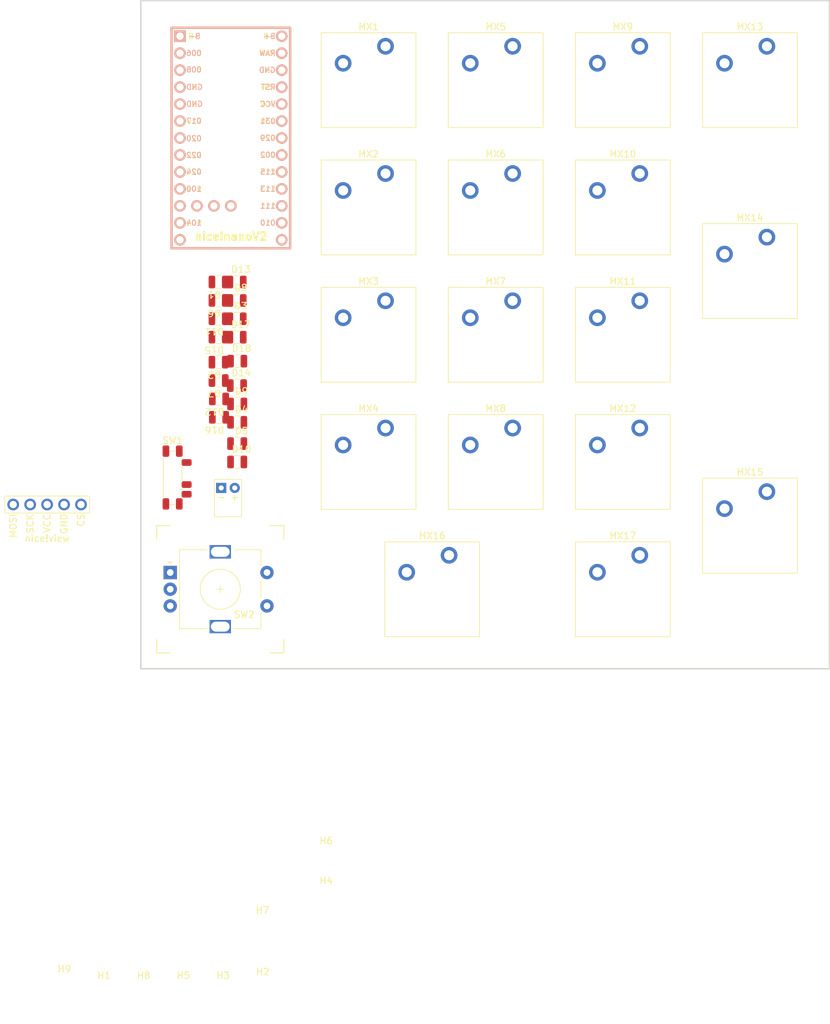
<source format=kicad_pcb>
(kicad_pcb (version 20211014) (generator pcbnew)
  (layers (0 "F.Cu" signal) (31 "B.Cu" signal) (34 "B.Paste" user) (35 "F.Paste" user) (36 "B.SilkS" user "B.Silkscreen") (37 "F.SilkS" user "F.Silkscreen") (38 "B.Mask" user) (39 "F.Mask" user) (44 "Edge.Cuts" user))
  (net 0 "")
  (net 1 "ROW0")
  (net 2 "Net-(D1-Pad2)")
  (net 3 "ROW1")
  (net 4 "Net-(D2-Pad2)")
  (net 5 "ROW2")
  (net 6 "Net-(D3-Pad2)")
  (net 7 "ROW3")
  (net 8 "Net-(D4-Pad2)")
  (net 9 "ROW4")
  (net 10 "Net-(D5-Pad2)")
  (net 11 "Net-(D6-Pad2)")
  (net 12 "Net-(D7-Pad2)")
  (net 13 "Net-(D8-Pad2)")
  (net 14 "Net-(D9-Pad2)")
  (net 15 "Net-(D10-Pad2)")
  (net 16 "Net-(D11-Pad2)")
  (net 17 "Net-(D12-Pad2)")
  (net 18 "Net-(D13-Pad2)")
  (net 19 "Net-(D14-Pad2)")
  (net 20 "Net-(D15-Pad2)")
  (net 21 "Net-(D16-Pad2)")
  (net 22 "Net-(D17-Pad2)")
  (net 23 "Net-(D18-Pad2)")
  (net 24 "B-")
  (net 25 "Net-(J1-Pad2)")
  (net 26 "COL0")
  (net 27 "COL1")
  (net 28 "COL2")
  (net 29 "COL3")
  (net 31 "B+")
  (net 32 "GND")
  (net 33 "/ROT_1A")
  (net 34 "/ROT_1B")
  (net 35 "MOSI")
  (net 36 "SCK")
  (net 37 "CS")
  (net 42 "COL4")
  (net 43 "VCC")
  (footprint "led:led_capacitor" (layer "F.Cu") (at 66.04 88.09375)
    (fp_text reference "D18" (at 0.65 -1.9 unlocked) (layer "F.SilkS"))
    (fp_text value "1.25V@150mA")
    (fp_line (start -0.5 0.95) (end 0.5 0.95) (layer "F.SilkS") (width 0.12))
    (fp_line (start -0.5 -0.95) (end 0.5 -0.95) (layer "F.SilkS") (width 0.12))
    (pad "1" smd roundrect (at -1 0) (size 1 1.9) (layers "F.Cu" "F.Paste" "F.Mask") (net 7 "ROW3"))
    (pad "2" smd roundrect (at 1 0) (size 1 1.9) (layers "F.Cu" "F.Paste" "F.Mask") (net 23 "Net-(D18-Pad2)"))
  )
  (footprint "led:led_capacitor" (layer "F.Cu") (at 63.25 91 180)
    (fp_text reference "D7" (at 0.65 -1.9 180 unlocked) (layer "F.SilkS"))
    (fp_text value "1.25V@150mA")
    (fp_line (start -0.5 -0.95) (end 0.5 -0.95) (layer "F.SilkS") (width 0.12))
    (fp_line (start -0.5 0.95) (end 0.5 0.95) (layer "F.SilkS") (width 0.12))
    (pad "1" smd roundrect (at -1 0 180) (size 1 1.9) (layers "F.Cu" "F.Paste" "F.Mask") (net 3 "ROW1"))
    (pad "2" smd roundrect (at 1 0 180) (size 1 1.9) (layers "F.Cu" "F.Paste" "F.Mask") (net 12 "Net-(D7-Pad2)"))
  )
  (footprint "led:led_capacitor" (layer "F.Cu") (at 63.25 79 180)
    (fp_text reference "D6" (at 0.65 -1.9 180 unlocked) (layer "F.SilkS"))
    (fp_text value "1.25V@150mA")
    (fp_line (start -0.5 -0.95) (end 0.5 -0.95) (layer "F.SilkS") (width 0.12))
    (fp_line (start -0.5 0.95) (end 0.5 0.95) (layer "F.SilkS") (width 0.12))
    (pad "1" smd roundrect (at -1 0 180) (size 1 1.9) (layers "F.Cu" "F.Paste" "F.Mask") (net 1 "ROW0"))
    (pad "2" smd roundrect (at 1 0 180) (size 1 1.9) (layers "F.Cu" "F.Paste" "F.Mask") (net 11 "Net-(D6-Pad2)"))
  )
  (footprint "led:led_capacitor" (layer "F.Cu") (at 65.94 79.0125)
    (fp_text reference "D8" (at 0.65 -1.9 unlocked) (layer "F.SilkS"))
    (fp_text value "1.25V@150mA")
    (fp_line (start -0.5 -0.95) (end 0.5 -0.95) (layer "F.SilkS") (width 0.12))
    (fp_line (start -0.5 0.95) (end 0.5 0.95) (layer "F.SilkS") (width 0.12))
    (pad "1" smd roundrect (at -1 0) (size 1 1.9) (layers "F.Cu" "F.Paste" "F.Mask") (net 5 "ROW2"))
    (pad "2" smd roundrect (at 1 0) (size 1 1.9) (layers "F.Cu" "F.Paste" "F.Mask") (net 13 "Net-(D8-Pad2)"))
  )
  (footprint "mx-switches:CherryMX-1.00U" (layer "F.Cu") (at 104.775 84.1375)
    (fp_text reference "MX7" (at 0 -8) (layer "F.SilkS"))
    (fp_text value "MX-NoLED")
    (fp_line (start 7.1 -7.1) (end -7.1 -7.1) (layer "F.SilkS") (width 0.12))
    (fp_line (start 7.1 7.1) (end 7.1 -7.1) (layer "F.SilkS") (width 0.12))
    (fp_line (start -7.1 -7.1) (end -7.1 7.1) (layer "F.SilkS") (width 0.12))
    (fp_line (start -7.1 7.1) (end 7.1 7.1) (layer "F.SilkS") (width 0.12))
    (pad "" np_thru_hole circle (at 5.08 0) (size 1.75 1.75) (drill 1.75) (layers *.Cu *.Mask))
    (pad "" np_thru_hole circle (at 0 0) (size 4 4) (drill 4) (layers *.Cu *.Mask))
    (pad "" np_thru_hole circle (at -5.08 0) (size 1.75 1.75) (drill 1.75) (layers *.Cu *.Mask))
    (pad "1" thru_hole circle (at -3.81 -2.54) (size 2.5 2.5) (drill 1.5) (layers *.Cu "B.Mask") (net 27 "COL1"))
    (pad "2" thru_hole circle (at 2.54 -5.08) (size 2.5 2.5) (drill 1.5) (layers *.Cu "B.Mask") (net 13 "Net-(D8-Pad2)"))
  )
  (footprint "mx-switches:CherryMX-1.00U" (layer "F.Cu") (at 123.825 65.0875)
    (fp_text reference "MX10" (at 0 -8) (layer "F.SilkS"))
    (fp_text value "MX-NoLED")
    (fp_line (start -7.1 7.1) (end 7.1 7.1) (layer "F.SilkS") (width 0.12))
    (fp_line (start 7.1 -7.1) (end -7.1 -7.1) (layer "F.SilkS") (width 0.12))
    (fp_line (start 7.1 7.1) (end 7.1 -7.1) (layer "F.SilkS") (width 0.12))
    (fp_line (start -7.1 -7.1) (end -7.1 7.1) (layer "F.SilkS") (width 0.12))
    (pad "" np_thru_hole circle (at 0 0) (size 4 4) (drill 4) (layers *.Cu *.Mask))
    (pad "" np_thru_hole circle (at -5.08 0) (size 1.75 1.75) (drill 1.75) (layers *.Cu *.Mask))
    (pad "" np_thru_hole circle (at 5.08 0) (size 1.75 1.75) (drill 1.75) (layers *.Cu *.Mask))
    (pad "1" thru_hole circle (at -3.81 -2.54) (size 2.5 2.5) (drill 1.5) (layers *.Cu "B.Mask") (net 28 "COL2"))
    (pad "2" thru_hole circle (at 2.54 -5.08) (size 2.5 2.5) (drill 1.5) (layers *.Cu "B.Mask") (net 17 "Net-(D12-Pad2)"))
  )
  (footprint "led:led_capacitor" (layer "F.Cu") (at 65.94 76.25)
    (fp_text reference "D13" (at 0.65 -1.9 unlocked) (layer "F.SilkS"))
    (fp_text value "1.25V@150mA")
    (fp_line (start -0.5 0.95) (end 0.5 0.95) (layer "F.SilkS") (width 0.12))
    (fp_line (start -0.5 -0.95) (end 0.5 -0.95) (layer "F.SilkS") (width 0.12))
    (pad "1" smd roundrect (at -1 0) (size 1 1.9) (layers "F.Cu" "F.Paste" "F.Mask") (net 5 "ROW2"))
    (pad "2" smd roundrect (at 1 0) (size 1 1.9) (layers "F.Cu" "F.Paste" "F.Mask") (net 18 "Net-(D13-Pad2)"))
  )
  (footprint "microcontroller:nice_view" (layer "F.Cu") (at 37.55 93.05)
    (fp_text reference "Display1")
    (fp_text value "nice!view" (at 0 21.59 unlocked) (layer "F.SilkS"))
    (fp_text user "VCC" (at 0 17.78 90 unlocked) (layer "F.SilkS") (effects (justify right)))
    (fp_text user "CS" (at 5.08 17.78 90 unlocked) (layer "F.SilkS") (effects (justify right)))
    (fp_text user "GND" (at 2.54 17.78 90 unlocked) (layer "F.SilkS") (effects (justify right)))
    (fp_text user "MOSI" (at -5.08 17.78 90 unlocked) (layer "F.SilkS") (effects (justify right)))
    (fp_text user "SCK" (at -2.54 17.78 90 unlocked) (layer "F.SilkS") (effects (justify right)))
    (fp_rect (start -6.35 15.24) (end 6.35 17.78) (layer "F.SilkS") (width 0.12) (fill none))
    (pad "1" thru_hole circle (at -5.08 16.51) (size 1.7526 1.7526) (drill 1.0922) (layers *.Cu *.Mask) (net 35 "MOSI"))
    (pad "2" thru_hole circle (at -2.54 16.51) (size 1.7526 1.7526) (drill 1.0922) (layers *.Cu *.Mask) (net 36 "SCK"))
    (pad "3" thru_hole circle (at 0 16.51) (size 1.7526 1.7526) (drill 1.0922) (layers *.Cu *.Mask) (net 43 "VCC"))
    (pad "4" thru_hole circle (at 2.54 16.51) (size 1.7526 1.7526) (drill 1.0922) (layers *.Cu *.Mask) (net 32 "GND"))
    (pad "5" thru_hole circle (at 5.08 16.51) (size 1.7526 1.7526) (drill 1.0922) (layers *.Cu *.Mask) (net 37 "CS"))
  )
  (footprint "mx-switches:CherryMX-2.00U" (layer "F.Cu") (at 95.25 122.2375)
    (fp_text reference "MX16" (at 0 -8) (layer "F.SilkS"))
    (fp_text value "MX-NoLED")
    (fp_line (start -7.1 -7.1) (end -7.1 7.1) (layer "F.SilkS") (width 0.12))
    (fp_line (start 7.1 7.1) (end 7.1 -7.1) (layer "F.SilkS") (width 0.12))
    (fp_line (start 7.1 -7.1) (end -7.1 -7.1) (layer "F.SilkS") (width 0.12))
    (fp_line (start -7.1 7.1) (end 7.1 7.1) (layer "F.SilkS") (width 0.12))
    (pad "" np_thru_hole circle (at -5.08 0) (size 1.75 1.75) (drill 1.75) (layers *.Cu *.Mask))
    (pad "" np_thru_hole circle (at 0 0) (size 4 4) (drill 4) (layers *.Cu *.Mask))
    (pad "" np_thru_hole circle (at -11.938 8.188861) (size 3.9878 3.9878) (drill 3.9878) (layers *.Cu *.Mask))
    (pad "" np_thru_hole circle (at 11.938 8.188861) (size 3.9878 3.9878) (drill 3.9878) (layers *.Cu *.Mask))
    (pad "" np_thru_hole circle (at -11.938 -7.051139) (size 3.048 3.048) (drill 3.048) (layers *.Cu *.Mask))
    (pad "" np_thru_hole circle (at 11.938 -7.051139) (size 3.048 3.048) (drill 3.048) (layers *.Cu *.Mask))
    (pad "" np_thru_hole circle (at 5.08 0) (size 1.75 1.75) (drill 1.75) (layers *.Cu *.Mask))
    (pad "1" thru_hole circle (at -3.81 -2.54) (size 2.5 2.5) (drill 1.5) (layers *.Cu "B.Mask") (net 26 "COL0"))
    (pad "2" thru_hole circle (at 2.54 -5.08) (size 2.5 2.5) (drill 1.5) (layers *.Cu "B.Mask") (net 10 "Net-(D5-Pad2)"))
  )
  (footprint "mx-switches:CherryMX-1.00U" (layer "F.Cu") (at 123.825 46.0375)
    (fp_text reference "MX9" (at 0 -8) (layer "F.SilkS"))
    (fp_text value "MX-NoLED")
    (fp_line (start 7.1 7.1) (end 7.1 -7.1) (layer "F.SilkS") (width 0.12))
    (fp_line (start -7.1 7.1) (end 7.1 7.1) (layer "F.SilkS") (width 0.12))
    (fp_line (start -7.1 -7.1) (end -7.1 7.1) (layer "F.SilkS") (width 0.12))
    (fp_line (start 7.1 -7.1) (end -7.1 -7.1) (layer "F.SilkS") (width 0.12))
    (pad "" np_thru_hole circle (at 0 0) (size 4 4) (drill 4) (layers *.Cu *.Mask))
    (pad "" np_thru_hole circle (at -5.08 0) (size 1.75 1.75) (drill 1.75) (layers *.Cu *.Mask))
    (pad "" np_thru_hole circle (at 5.08 0) (size 1.75 1.75) (drill 1.75) (layers *.Cu *.Mask))
    (pad "1" thru_hole circle (at -3.81 -2.54) (size 2.5 2.5) (drill 1.5) (layers *.Cu "B.Mask") (net 28 "COL2"))
    (pad "2" thru_hole circle (at 2.54 -5.08) (size 2.5 2.5) (drill 1.5) (layers *.Cu "B.Mask") (net 16 "Net-(D11-Pad2)"))
  )
  (footprint "mx-switches:CherryMX-1.00U" (layer "F.Cu") (at 85.725 46.0375)
    (fp_text reference "MX1" (at 0 -8) (layer "F.SilkS"))
    (fp_text value "MX-NoLED")
    (fp_line (start -7.1 7.1) (end 7.1 7.1) (layer "F.SilkS") (width 0.12))
    (fp_line (start -7.1 -7.1) (end -7.1 7.1) (layer "F.SilkS") (width 0.12))
    (fp_line (start 7.1 -7.1) (end -7.1 -7.1) (layer "F.SilkS") (width 0.12))
    (fp_line (start 7.1 7.1) (end 7.1 -7.1) (layer "F.SilkS") (width 0.12))
    (pad "" np_thru_hole circle (at 0 0) (size 4 4) (drill 4) (layers *.Cu *.Mask))
    (pad "" np_thru_hole circle (at 5.08 0) (size 1.75 1.75) (drill 1.75) (layers *.Cu *.Mask))
    (pad "" np_thru_hole circle (at -5.08 0) (size 1.75 1.75) (drill 1.75) (layers *.Cu *.Mask))
    (pad "1" thru_hole circle (at -3.81 -2.54) (size 2.5 2.5) (drill 1.5) (layers *.Cu "B.Mask") (net 26 "COL0"))
    (pad "2" thru_hole circle (at 2.54 -5.08) (size 2.5 2.5) (drill 1.5) (layers *.Cu "B.Mask") (net 2 "Net-(D1-Pad2)"))
  )
  (footprint "led:led_capacitor" (layer "F.Cu") (at 66.04 103.1875)
    (fp_text reference "D10" (at 0.65 -1.9 unlocked) (layer "F.SilkS"))
    (fp_text value "1.25V@150mA")
    (fp_line (start -0.5 0.95) (end 0.5 0.95) (layer "F.SilkS") (width 0.12))
    (fp_line (start -0.5 -0.95) (end 0.5 -0.95) (layer "F.SilkS") (width 0.12))
    (pad "1" smd roundrect (at -1 0) (size 1 1.9) (layers "F.Cu" "F.Paste" "F.Mask") (net 9 "ROW4"))
    (pad "2" smd roundrect (at 1 0) (size 1 1.9) (layers "F.Cu" "F.Paste" "F.Mask") (net 15 "Net-(D10-Pad2)"))
  )
  (footprint "MountingHole:MountingHole_2.2mm_M2" (layer "F.Cu") (at 69.825 173.49875)
    (fp_text reference "H7" (at 0 -3.2) (layer "F.SilkS"))
    (fp_text value "MountingHole")
    (pad "" np_thru_hole circle (at 0 0) (size 2.2 2.2) (drill 2.2) (layers *.Cu *.Mask))
  )
  (footprint "led:led_capacitor" (layer "F.Cu") (at 63.25 88.25 180)
    (fp_text reference "D2" (at 0.65 -1.9 180 unlocked) (layer "F.SilkS"))
    (fp_text value "1.25V@150mA")
    (fp_line (start -0.5 0.95) (end 0.5 0.95) (layer "F.SilkS") (width 0.12))
    (fp_line (start -0.5 -0.95) (end 0.5 -0.95) (layer "F.SilkS") (width 0.12))
    (pad "1" smd roundrect (at -1 0 180) (size 1 1.9) (layers "F.Cu" "F.Paste" "F.Mask") (net 3 "ROW1"))
    (pad "2" smd roundrect (at 1 0 180) (size 1 1.9) (layers "F.Cu" "F.Paste" "F.Mask") (net 4 "Net-(D2-Pad2)"))
  )
  (footprint "MountingHole:MountingHole_2.2mm_M2" (layer "F.Cu") (at 79.375 163.11875)
    (fp_text reference "H6" (at 0 -3.2) (layer "F.SilkS"))
    (fp_text value "MountingHole")
    (pad "" np_thru_hole circle (at 0 0) (size 2.2 2.2) (drill 2.2) (layers *.Cu *.Mask))
  )
  (footprint "mx-switches:CherryMX-1.00U" (layer "F.Cu") (at 123.825 103.1875)
    (fp_text reference "MX12" (at 0 -8) (layer "F.SilkS"))
    (fp_text value "MX-NoLED")
    (fp_line (start 7.1 -7.1) (end -7.1 -7.1) (layer "F.SilkS") (width 0.12))
    (fp_line (start -7.1 7.1) (end 7.1 7.1) (layer "F.SilkS") (width 0.12))
    (fp_line (start -7.1 -7.1) (end -7.1 7.1) (layer "F.SilkS") (width 0.12))
    (fp_line (start 7.1 7.1) (end 7.1 -7.1) (layer "F.SilkS") (width 0.12))
    (pad "" np_thru_hole circle (at 5.08 0) (size 1.75 1.75) (drill 1.75) (layers *.Cu *.Mask))
    (pad "" np_thru_hole circle (at -5.08 0) (size 1.75 1.75) (drill 1.75) (layers *.Cu *.Mask))
    (pad "" np_thru_hole circle (at 0 0) (size 4 4) (drill 4) (layers *.Cu *.Mask))
    (pad "1" thru_hole circle (at -3.81 -2.54) (size 2.5 2.5) (drill 1.5) (layers *.Cu "B.Mask") (net 28 "COL2"))
    (pad "2" thru_hole circle (at 2.54 -5.08) (size 2.5 2.5) (drill 1.5) (layers *.Cu "B.Mask") (net 19 "Net-(D14-Pad2)"))
  )
  (footprint "mx-switches:CherryMX-1.00U" (layer "F.Cu") (at 104.775 103.1875)
    (fp_text reference "MX8" (at 0 -8) (layer "F.SilkS"))
    (fp_text value "MX-NoLED")
    (fp_line (start 7.1 7.1) (end 7.1 -7.1) (layer "F.SilkS") (width 0.12))
    (fp_line (start 7.1 -7.1) (end -7.1 -7.1) (layer "F.SilkS") (width 0.12))
    (fp_line (start -7.1 -7.1) (end -7.1 7.1) (layer "F.SilkS") (width 0.12))
    (fp_line (start -7.1 7.1) (end 7.1 7.1) (layer "F.SilkS") (width 0.12))
    (pad "" np_thru_hole circle (at 0 0) (size 4 4) (drill 4) (layers *.Cu *.Mask))
    (pad "" np_thru_hole circle (at -5.08 0) (size 1.75 1.75) (drill 1.75) (layers *.Cu *.Mask))
    (pad "" np_thru_hole circle (at 5.08 0) (size 1.75 1.75) (drill 1.75) (layers *.Cu *.Mask))
    (pad "1" thru_hole circle (at -3.81 -2.54) (size 2.5 2.5) (drill 1.5) (layers *.Cu "B.Mask") (net 27 "COL1"))
    (pad "2" thru_hole circle (at 2.54 -5.08) (size 2.5 2.5) (drill 1.5) (layers *.Cu "B.Mask") (net 14 "Net-(D9-Pad2)"))
  )
  (footprint "MountingHole:MountingHole_2.2mm_M2" (layer "F.Cu") (at 40.125 182.27875)
    (fp_text reference "H9" (at 0 -3.2) (layer "F.SilkS"))
    (fp_text value "MountingHole")
    (pad "" np_thru_hole circle (at 0 0) (size 2.2 2.2) (drill 2.2) (layers *.Cu *.Mask))
  )
  (footprint "led:led_capacitor" (layer "F.Cu") (at 65.94 81.75)
    (fp_text reference "D3" (at 0.65 -1.9 unlocked) (layer "F.SilkS"))
    (fp_text value "1.25V@150mA")
    (fp_line (start -0.5 -0.95) (end 0.5 -0.95) (layer "F.SilkS") (width 0.12))
    (fp_line (start -0.5 0.95) (end 0.5 0.95) (layer "F.SilkS") (width 0.12))
    (pad "1" smd roundrect (at -1 0) (size 1 1.9) (layers "F.Cu" "F.Paste" "F.Mask") (net 5 "ROW2"))
    (pad "2" smd roundrect (at 1 0) (size 1 1.9) (layers "F.Cu" "F.Paste" "F.Mask") (net 6 "Net-(D3-Pad2)"))
  )
  (footprint "led:led_capacitor" (layer "F.Cu") (at 63.31 96.5 180)
    (fp_text reference "D16" (at 0.65 -1.9 180 unlocked) (layer "F.SilkS"))
    (fp_text value "1.25V@150mA")
    (fp_line (start -0.5 -0.95) (end 0.5 -0.95) (layer "F.SilkS") (width 0.12))
    (fp_line (start -0.5 0.95) (end 0.5 0.95) (layer "F.SilkS") (width 0.12))
    (pad "1" smd roundrect (at -1 0 180) (size 1 1.9) (layers "F.Cu" "F.Paste" "F.Mask") (net 3 "ROW1"))
    (pad "2" smd roundrect (at 1 0 180) (size 1 1.9) (layers "F.Cu" "F.Paste" "F.Mask") (net 21 "Net-(D16-Pad2)"))
  )
  (footprint "led:THT_Battery" (layer "F.Cu") (at 66.687 105.801 180)
    (fp_text reference "J1" hide)
    (fp_text value "Conn_01x02_Male")
    (fp_text user "-" (at 3.048 -2.794 180 unlocked) (layer "F.SilkS"))
    (fp_text user "+" (at 1.016 -2.794 180 unlocked) (layer "F.SilkS"))
    (fp_rect (start 0 0) (end 4.064 -5.588) (layer "F.SilkS") (width 0.12) (fill none))
    (pad "" np_thru_hole circle (at 3.048 -4.318 180) (size 0.001 0.001) (drill 1) (layers F&B.Cu *.Mask))
    (pad "" np_thru_hole circle (at 1.016 -4.318 180) (size 0.001 0.001) (drill 1) (layers F&B.Cu *.Mask))
    (pad "1" thru_hole rect (at 3.048 -1.27 180) (size 1.524 1.524) (drill 0.762) (layers *.Cu *.Mask) (net 24 "B-"))
    (pad "2" thru_hole circle (at 1.016 -1.27 180) (size 1.524 1.524) (drill 0.762) (layers *.Cu *.Mask) (net 25 "Net-(J1-Pad2)"))
  )
  (footprint "mx-switches:CherryMX-1.00U" (layer "F.Cu") (at 85.725 65.0875)
    (fp_text reference "MX2" (at 0 -8) (layer "F.SilkS"))
    (fp_text value "MX-NoLED")
    (fp_line (start -7.1 7.1) (end 7.1 7.1) (layer "F.SilkS") (width 0.12))
    (fp_line (start 7.1 7.1) (end 7.1 -7.1) (layer "F.SilkS") (width 0.12))
    (fp_line (start -7.1 -7.1) (end -7.1 7.1) (layer "F.SilkS") (width 0.12))
    (fp_line (start 7.1 -7.1) (end -7.1 -7.1) (layer "F.SilkS") (width 0.12))
    (pad "" np_thru_hole circle (at -5.08 0) (size 1.75 1.75) (drill 1.75) (layers *.Cu *.Mask))
    (pad "" np_thru_hole circle (at 0 0) (size 4 4) (drill 4) (layers *.Cu *.Mask))
    (pad "" np_thru_hole circle (at 5.08 0) (size 1.75 1.75) (drill 1.75) (layers *.Cu *.Mask))
    (pad "1" thru_hole circle (at -3.81 -2.54) (size 2.5 2.5) (drill 1.5) (layers *.Cu "B.Mask") (net 26 "COL0"))
    (pad "2" thru_hole circle (at 2.54 -5.08) (size 2.5 2.5) (drill 1.5) (layers *.Cu "B.Mask") (net 4 "Net-(D2-Pad2)"))
  )
  (footprint "led:led_capacitor" (layer "F.Cu") (at 63.25 76.25 180)
    (fp_text reference "D1" (at 0.65 -1.9 180 unlocked) (layer "F.SilkS"))
    (fp_text value "1.25V@150mA")
    (fp_line (start -0.5 -0.95) (end 0.5 -0.95) (layer "F.SilkS") (width 0.12))
    (fp_line (start -0.5 0.95) (end 0.5 0.95) (layer "F.SilkS") (width 0.12))
    (pad "1" smd roundrect (at -1 0 180) (size 1 1.9) (layers "F.Cu" "F.Paste" "F.Mask") (net 1 "ROW0"))
    (pad "2" smd roundrect (at 1 0 180) (size 1 1.9) (layers "F.Cu" "F.Paste" "F.Mask") (net 2 "Net-(D1-Pad2)"))
  )
  (footprint "MountingHole:MountingHole_2.2mm_M2" (layer "F.Cu") (at 79.375 169.06875)
    (fp_text reference "H4" (at 0 -3.2) (layer "F.SilkS"))
    (fp_text value "MountingHole")
    (pad "" np_thru_hole circle (at 0 0) (size 2.2 2.2) (drill 2.2) (layers *.Cu *.Mask))
  )
  (footprint "mx-switches:CherryMX-1.00U" (layer "F.Cu") (at 85.725 103.1875)
    (fp_text reference "MX4" (at 0 -8) (layer "F.SilkS"))
    (fp_text value "MX-NoLED")
    (fp_line (start -7.1 7.1) (end 7.1 7.1) (layer "F.SilkS") (width 0.12))
    (fp_line (start -7.1 -7.1) (end -7.1 7.1) (layer "F.SilkS") (width 0.12))
    (fp_line (start 7.1 -7.1) (end -7.1 -7.1) (layer "F.SilkS") (width 0.12))
    (fp_line (start 7.1 7.1) (end 7.1 -7.1) (layer "F.SilkS") (width 0.12))
    (pad "" np_thru_hole circle (at 5.08 0) (size 1.75 1.75) (drill 1.75) (layers *.Cu *.Mask))
    (pad "" np_thru_hole circle (at 0 0) (size 4 4) (drill 4) (layers *.Cu *.Mask))
    (pad "" np_thru_hole circle (at -5.08 0) (size 1.75 1.75) (drill 1.75) (layers *.Cu *.Mask))
    (pad "1" thru_hole circle (at -3.81 -2.54) (size 2.5 2.5) (drill 1.5) (layers *.Cu "B.Mask") (net 26 "COL0"))
    (pad "2" thru_hole circle (at 2.54 -5.08) (size 2.5 2.5) (drill 1.5) (layers *.Cu "B.Mask") (net 8 "Net-(D4-Pad2)"))
  )
  (footprint "mx-switches:CherryMX-2.00U_90deg" (layer "F.Cu") (at 142.875 74.6125)
    (fp_text reference "MX14" (at 0 -8) (layer "F.SilkS"))
    (fp_text value "MX-NoLED")
    (fp_line (start 7.1 7.1) (end 7.1 -7.1) (layer "F.SilkS") (width 0.12))
    (fp_line (start -7.1 7.1) (end 7.1 7.1) (layer "F.SilkS") (width 0.12))
    (fp_line (start -7.1 -7.1) (end -7.1 7.1) (layer "F.SilkS") (width 0.12))
    (fp_line (start 7.1 -7.1) (end -7.1 -7.1) (layer "F.SilkS") (width 0.12))
    (pad "" np_thru_hole circle (at -5.08 0) (size 1.75 1.75) (drill 1.75) (layers *.Cu *.Mask))
    (pad "" np_thru_hole circle (at 8.188861 11.938 90) (size 3.9878 3.9878) (drill 3.9878) (layers *.Cu *.Mask))
    (pad "" np_thru_hole circle (at -7.051139 11.938 90) (size 3.048 3.048) (drill 3.048) (layers *.Cu *.Mask))
    (pad "" np_thru_hole circle (at 5.08 0) (size 1.75 1.75) (drill 1.75) (layers *.Cu *.Mask))
    (pad "" np_thru_hole circle (at 8.188861 -11.938 90) (size 3.9878 3.9878) (drill 3.9878) (layers *.Cu *.Mask))
    (pad "" np_thru_hole circle (at 0 0) (size 4 4) (drill 4) (layers *.Cu *.Mask))
    (pad "" np_thru_hole circle (at -7.051139 -11.938 90) (size 3.048 3.048) (drill 3.048) (layers *.Cu *.Mask))
    (pad "1" thru_hole circle (at -3.81 -2.54) (size 2.5 2.5) (drill 1.5) (layers *.Cu "B.Mask") (net 29 "COL3"))
    (pad "2" thru_hole circle (at 2.54 -5.08) (size 2.5 2.5) (drill 1.5) (layers *.Cu "B.Mask") (net 21 "Net-(D16-Pad2)"))
  )
  (footprint "led:led_capacitor" (layer "F.Cu") (at 65.94 84.5125)
    (fp_text reference "D17" (at 0.65 -1.9 unlocked) (layer "F.SilkS"))
    (fp_text value "1.25V@150mA")
    (fp_line (start -0.5 -0.95) (end 0.5 -0.95) (layer "F.SilkS") (width 0.12))
    (fp_line (start -0.5 0.95) (end 0.5 0.95) (layer "F.SilkS") (width 0.12))
    (pad "1" smd roundrect (at -1 0) (size 1 1.9) (layers "F.Cu" "F.Paste" "F.Mask") (net 5 "ROW2"))
    (pad "2" smd roundrect (at 1 0) (size 1 1.9) (layers "F.Cu" "F.Paste" "F.Mask") (net 22 "Net-(D17-Pad2)"))
  )
  (footprint "microcontroller:nice_nanoV2" (layer "F.Cu") (at 65.0875 55.96175 -90)
    (fp_text reference "U1" hide)
    (fp_text value "nice_nanoV2" hide)
    (fp_text user "008" (at -11.5 5.53719) (layer "B.SilkS") (effects (font (size 0.8 0.8)) (justify mirror)))
    (fp_text user "B+" (at -16.51 -5.778477) (layer "B.SilkS") (effects (font (size 0.8 0.8)) (justify mirror)))
    (fp_text user "002" (at 1.27 -5.537191) (layer "B.SilkS") (effects (font (size 0.8 0.8)) (justify mirror)))
    (fp_text user "RAW" (at -13.97 -5.473715) (layer "B.SilkS") (effects (font (size 0.8 0.8)) (justify mirror)))
    (fp_text user "022" (at 1.3 5.53719) (layer "B.SilkS") (effects (font (size 0.8 0.8)) (justify mirror)))
    (fp_text user "020" (at -1.2 5.53719) (layer "B.SilkS") (effects (font (size 0.8 0.8)) (justify mirror)))
    (fp_text user "VCC" (at -6.35 -5.537191) (layer "B.SilkS") (effects (font (size 0.8 0.8)) (justify mirror)))
    (fp_text user "115" (at 3.81 -5.537191) (layer "B.SilkS") (effects (font (size 0.8 0.8)) (justify mirror)))
    (fp_text user "100" (at 6.35 5.53719) (layer "B.SilkS") (effects (font (size 0.8 0.8)) (justify mirror)))
    (fp_text user "GND" (at -8.89 5.461) (layer "B.SilkS") (effects (font (size 0.8 0.8)) (justify mirror)))
    (fp_text user "006" (at -13.97 5.53719) (layer "B.SilkS") (effects (font (size 0.8 0.8)) (justify mirror)))
    (fp_text user "111" (at 8.89 -5.537191) (layer "B.SilkS") (effects (font (size 0.8 0.8)) (justify mirror)))
    (fp_text user "104" (at 11.43 5.53719) (layer "B.SilkS") (effects (font (size 0.8 0.8)) (justify mirror)))
    (fp_text user "031" (at -3.81 -5.537191) (layer "B.SilkS") (effects (font (size 0.8 0.8)) (justify mirror)))
    (fp_text user "B-" (at -16.51 5.461) (layer "B.SilkS") (effects (font (size 0.8 0.8)) (justify mirror)))
    (fp_text user "010" (at 11.43 -5.537191) (layer "B.SilkS") (effects (font (size 0.8 0.8)) (justify mirror)))
    (fp_text user "024" (at 3.8 5.53719) (layer "B.SilkS") (effects (font (size 0.8 0.8)) (justify mirror)))
    (fp_text user "GND" (at -11.43 -5.454667) (layer "B.SilkS") (effects (font (size 0.8 0.8)) (justify mirror)))
    (fp_text user "029" (at -1.27 -5.537191) (layer "B.SilkS") (effects (font (size 0.8 0.8)) (justify mirror)))
    (fp_text user "GND" (at -6.35 5.461) (layer "B.SilkS") (effects (font (size 0.8 0.8)) (justify mirror)))
    (fp_text user "017" (at -3.81 5.53719) (layer "B.SilkS") (effects (font (size 0.8 0.8)) (justify mirror)))
    (fp_text user "RST" (at -8.89 -5.588) (layer "B.SilkS") (effects (font (size 0.8 0.8)) (justify mirror)))
    (fp_text user "113" (at 6.35 -5.537191) (layer "B.SilkS") (effects (font (size 0.8 0.8)) (justify mirror)))
    (fp_text user "GND" (at -6.35 5.461) (layer "F.SilkS") (effects (font (size 0.8 0.8))))
    (fp_text user "B+" (at -16.51 -5.778477) (layer "F.SilkS") (effects (font (size 0.8 0.8))))
    (fp_text user "115" (at 3.81 -5.537191) (layer "F.SilkS") (effects (font (size 0.8 0.8))))
    (fp_text user "104" (at 11.43 5.53719) (layer "F.SilkS") (effects (font (size 0.8 0.8))))
    (fp_text user "008" (at -11.5 5.53719) (layer "F.SilkS") (effects (font (size 0.8 0.8))))
    (fp_text user "010" (at 11.43 -5.537191) (layer "F.SilkS") (effects (font (size 0.8 0.8))))
    (fp_text user "RAW" (at -13.97 -5.473715) (layer "F.SilkS") (effects (font (size 0.8 0.8))))
    (fp_text user "100" (at 6.35 5.53719) (layer "F.SilkS") (effects (font (size 0.8 0.8))))
    (fp_text user "VCC" (at -6.35 -5.537191) (layer "F.SilkS") (effects (font (size 0.8 0.8))))
    (fp_text user "002" (at 1.27 -5.537191) (layer "F.SilkS") (effects (font (size 0.8 0.8))))
    (fp_text user "020" (at -1.2 5.53719) (layer "F.SilkS") (effects (font (size 0.8 0.8))))
    (fp_text user "017" (at -3.8 5.53719) (layer "F.SilkS") (effects (font (size 0.8 0.8))))
    (fp_text user "nice!nanoV2" (at 13.462 0) (layer "F.SilkS") (effects (font (size 1.2 1.2) (thickness 0.3))))
    (fp_text user "111" (at 8.89 -5.537191) (layer "F.SilkS") (effects (font (size 0.8 0.8))))
    (fp_text user "031" (at -3.81 -5.537191) (layer "F.SilkS") (effects (font (size 0.8 0.8))))
    (fp_text user "022" (at 1.3 5.53719) (layer "F.SilkS") (effects (font (size 0.8 0.8))))
    (fp_text user "024" (at 3.81 5.53719) (layer "F.SilkS") (effects (font (size 0.8 0.8))))
    (fp_text user "RST" (at -8.89 -5.588) (layer "F.SilkS") (effects (font (size 0.8 0.8))))
    (fp_text user "113" (at 6.35 -5.537191) (layer "F.SilkS") (effects (font (size 0.8 0.8))))
    (fp_text user "B-" (at -16.51 5.461) (layer "F.SilkS") (effects (font (size 0.8 0.8))))
    (fp_text user "GND" (at -11.43 -5.454667) (layer "F.SilkS") (effects (font (size 0.8 0.8))))
    (fp_text user "GND" (at -8.89 5.461) (layer "F.SilkS") (effects (font (size 0.8 0.8))))
    (fp_text user "006" (at -13.97 5.53719) (layer "F.SilkS") (effects (font (size 0.8 0.8))))
    (fp_text user "029" (at -1.27 -5.537191) (layer "F.SilkS") (effects (font (size 0.8 0.8))))
    (fp_line (start -17.78 -8.89) (end -17.78 8.89) (layer "B.SilkS") (width 0.381))
    (fp_line (start 15.24 8.89) (end 15.24 -8.89) (layer "B.SilkS") (width 0.381))
    (fp_line (start 15.24 -8.89) (end -17.78 -8.89) (layer "B.SilkS") (width 0.381))
    (fp_line (start -17.78 8.89) (end 15.24 8.89) (layer "B.SilkS") (width 0.381))
    (fp_line (start 15.24 -8.89) (end -15.24 -8.89) (layer "F.SilkS") (width 0.381))
    (fp_line (start -17.78 -8.89) (end -17.78 8.89) (layer "F.SilkS") (width 0.381))
    (fp_line (start -17.78 8.89) (end -15.24 8.89) (layer "F.SilkS") (width 0.381))
    (fp_line (start -15.24 -8.89) (end -17.78 -8.89) (layer "F.SilkS") (width 0.381))
    (fp_line (start 15.24 8.89) (end 15.24 -8.89) (layer "F.SilkS") (width 0.381))
    (fp_line (start -15.24 8.89) (end 15.24 8.89) (layer "F.SilkS") (width 0.381))
    (pad "1" thru_hole rect (at -16.51 7.62 270) (size 1.7526 1.7526) (drill 1.0922) (layers *.Cu *.SilkS *.Mask) (net 24 "B-"))
    (pad "2" thru_hole circle (at -13.97 7.62 270) (size 1.7526 1.7526) (drill 1.0922) (layers *.Cu *.SilkS *.Mask) (net 1 "ROW0"))
    (pad "3" thru_hole circle (at -11.43 7.62 270) (size 1.7526 1.7526) (drill 1.0922) (layers *.Cu *.SilkS *.Mask) (net 3 "ROW1"))
    (pad "4" thru_hole circle (at -8.89 7.62 270) (size 1.7526 1.7526) (drill 1.0922) (layers *.Cu *.SilkS *.Mask) (net 32 "GND"))
    (pad "5" thru_hole circle (at -6.35 7.62 270) (size 1.7526 1.7526) (drill 1.0922) (layers *.Cu *.SilkS *.Mask) (net 32 "GND"))
    (pad "6" thru_hole circle (at -3.81 7.62 270) (size 1.7526 1.7526) (drill 1.0922) (layers *.Cu *.SilkS *.Mask) (net 5 "ROW2"))
    (pad "7" thru_hole circle (at -1.27 7.62 270) (size 1.7526 1.7526) (drill 1.0922) (layers *.Cu *.SilkS *.Mask) (net 7 "ROW3"))
    (pad "8" thru_hole circle (at 1.27 7.62 270) (size 1.7526 1.7526) (drill 1.0922) (layers *.Cu *.SilkS *.Mask) (net 9 "ROW4"))
    (pad "9" thru_hole circle (at 3.81 7.62 270) (size 1.7526 1.7526) (drill 1.0922) (layers *.Cu *.SilkS *.Mask) (net 35 "MOSI"))
    (pad "10" thru_hole circle (at 6.35 7.62 270) (size 1.7526 1.7526) (drill 1.0922) (layers *.Cu *.SilkS *.Mask) (net 36 "SCK"))
    (pad "11" thru_hole circle (at 8.89 7.62 270) (size 1.7526 1.7526) (drill 1.0922) (layers *.Cu *.SilkS *.Mask) (net 37 "CS"))
    (pad "12" thru_hole circle (at 11.43 7.62 270) (size 1.7526 1.7526) (drill 1.0922) (layers *.Cu *.SilkS *.Mask))
    (pad "13" thru_hole circle (at 13.97 7.62 270) (size 1.7526 1.7526) (drill 1.0922) (layers *.Cu *.SilkS *.Mask))
    (pad "14" thru_hole circle (at 13.97 -7.62 270) (size 1.7526 1.7526) (drill 1.0922) (layers *.Cu *.SilkS *.Mask))
    (pad "15" thru_hole circle (at 11.43 -7.62 270) (size 1.7526 1.7526) (drill 1.0922) (layers *.Cu *.SilkS *.Mask))
    (pad "16" thru_hole circle (at 8.89 -7.62 270) (size 1.7526 1.7526) (drill 1.0922) (layers *.Cu *.SilkS *.Mask) (net 26 "COL0"))
    (pad "17" thru_hole circle (at 6.35 -7.62 270) (size 1.7526 1.7526) (drill 1.0922) (layers *.Cu *.SilkS *.Mask) (net 27 "COL1"))
    (pad "18" thru_hole circle (at 3.81 -7.62 270) (size 1.7526 1.7526) (drill 1.0922) (layers *.Cu *.SilkS *.Mask) (net 28 "COL2"))
    (pad "19" thru_hole circle (at 1.27 -7.62 270) (size 1.7526 1.7526) (drill 1.0922) (layers *.Cu *.SilkS *.Mask) (net 29 "COL3"))
    (pad "20" thru_hole circle (at -1.27 -7.62 270) (size 1.7526 1.7526) (drill 1.0922) (layers *.Cu *.SilkS *.Mask) (net 42 "COL4"))
    (pad "21" thru_hole circle (at -3.81 -7.62 270) (size 1.7526 1.7526) (drill 1.0922) (layers *.Cu *.SilkS *.Mask))
    (pad "22" thru_hole circle (at -6.35 -7.62 270) (size 1.7526 1.7526) (drill 1.0922) (layers *.Cu *.SilkS *.Mask) (net 43 "VCC"))
    (pad "23" thru_hole circle (at -8.89 -7.62 270) (size 1.7526 1.7526) (drill 1.0922) (layers *.Cu *.SilkS *.Mask))
    (pad "24" thru_hole circle (at -11.43 -7.62 270) (size 1.7526 1.7526) (drill 1.0922) (layers *.Cu *.SilkS *.Mask) (net 32 "GND"))
    (pad "25" thru_hole circle (at -13.97 -7.62 270) (size 1.7526 1.7526) (drill 1.0922) (layers *.Cu *.SilkS *.Mask))
    (pad "26" thru_hole circle (at -16.51 -7.62 270) (size 1.7526 1.7526) (drill 1.0922) (layers *.Cu *.SilkS *.Mask) (net 31 "B+"))
    (pad "27" thru_hole circle (at 8.89 5.08 270) (size 1.7526 1.7526) (drill 1.0922) (layers *.Cu *.SilkS *.Mask))
    (pad "28" thru_hole circle (at 8.89 2.54 270) (size 1.7526 1.7526) (drill 1.0922) (layers *.Cu *.SilkS *.Mask))
    (pad "29" thru_hole circle (at 8.89 0 270) (size 1.7526 1.7526) (drill 1.0922) (layers *.Cu *.SilkS *.Mask))
  )
  (footprint "led:SHOU HAN MSK12C02-HB" (layer "F.Cu") (at 56.35625 105.56875 -90)
    (fp_text reference "SW1" (at -5.6 0 unlocked) (layer "F.SilkS"))
    (fp_text value "SHOU_HAN_MSK12C02-HB")
    (fp_line (start -2.9 -1.4) (end -3 -1.4) (layer "F.SilkS") (width 0.12))
    (fp_line (start 0.4 -1.4) (end -1.7 -1.4) (layer "F.SilkS") (width 0.12))
    (fp_line (start 1.8 -1.4) (end 1.6 -1.4) (layer "F.SilkS") (width 0.12))
    (fp_line (start -4 -0.4) (end -4 0.4) (layer "F.SilkS") (width 0.12))
    (fp_line (start 4 0.4) (end 4 -0.4) (layer "F.SilkS") (width 0.12))
    (fp_line (start -3 1.4) (end 2.9 1.4) (layer "F.SilkS") (width 0.12))
    (pad "" np_thru_hole circle (at -1.5 0 270) (size 0.85 0.85) (drill 0.85) (layers F&B.Cu *.Mask))
    (pad "" np_thru_hole circle (at 1.5 0 270) (size 0.85 0.85) (drill 0.85) (layers F&B.Cu *.Mask))
    (pad "1" smd roundrect (at -2.3 -2.1 270) (size 1 1.5) (layers "F.Cu" "F.Paste" "F.Mask"))
    (pad "2" smd roundrect (at 1 -2.1 270) (size 1 1.5) (layers "F.Cu" "F.Paste" "F.Mask") (net 31 "B+"))
    (pad "3" smd roundrect (at 2.45 -2.1 270) (size 1 1.5) (layers "F.Cu" "F.Paste" "F.Mask") (net 25 "Net-(J1-Pad2)"))
    (pad "4" smd roundrect (at -4 -1 270) (size 1.7 1) (layers "F.Cu" "F.Paste" "F.Mask") (net 32 "GND"))
    (pad "4" smd roundrect (at -4 1 270) (size 1.7 1) (layers "F.Cu" "F.Paste" "F.Mask") (net 32 "GND"))
    (pad "4" smd roundrect (at 3.9 1 270) (size 1.7 1) (layers "F.Cu" "F.Paste" "F.Mask") (net 32 "GND"))
    (pad "4" smd roundrect (at 3.9 -1 270) (size 1.7 1) (layers "F.Cu" "F.Paste" "F.Mask") (net 32 "GND"))
  )
  (footprint "mx-switches:CherryMX-1.00U" (layer "F.Cu") (at 104.775 65.0875)
    (fp_text reference "MX6" (at 0 -8) (layer "F.SilkS"))
    (fp_text value "MX-NoLED")
    (fp_line (start 7.1 7.1) (end 7.1 -7.1) (layer "F.SilkS") (width 0.12))
    (fp_line (start -7.1 7.1) (end 7.1 7.1) (layer "F.SilkS") (width 0.12))
    (fp_line (start 7.1 -7.1) (end -7.1 -7.1) (layer "F.SilkS") (width 0.12))
    (fp_line (start -7.1 -7.1) (end -7.1 7.1) (layer "F.SilkS") (width 0.12))
    (pad "" np_thru_hole circle (at 0 0) (size 4 4) (drill 4) (layers *.Cu *.Mask))
    (pad "" np_thru_hole circle (at -5.08 0) (size 1.75 1.75) (drill 1.75) (layers *.Cu *.Mask))
    (pad "" np_thru_hole circle (at 5.08 0) (size 1.75 1.75) (drill 1.75) (layers *.Cu *.Mask))
    (pad "1" thru_hole circle (at -3.81 -2.54) (size 2.5 2.5) (drill 1.5) (layers *.Cu "B.Mask") (net 27 "COL1"))
    (pad "2" thru_hole circle (at 2.54 -5.08) (size 2.5 2.5) (drill 1.5) (layers *.Cu "B.Mask") (net 12 "Net-(D7-Pad2)"))
  )
  (footprint "led:RotaryEncoder_EC11E-Switch" (layer "F.Cu") (at 63.5 122.2375)
    (fp_text reference "SW2" (at 3.6 3.8 unlocked) (layer "F.SilkS"))
    (fp_text value "RotaryEncoder_Switch")
    (fp_line (start 9.525 9.525) (end 7.525 9.525) (layer "F.SilkS") (width 0.15))
    (fp_line (start -7.8 -4.1) (end -7.2 -4.1) (layer "F.SilkS") (width 0.12))
    (fp_line (start -9.525 -9.525) (end -7.525 -9.525) (layer "F.SilkS") (width 0.15))
    (fp_line (start -0.5 0) (end 0.5 0) (layer "F.SilkS") (width 0.12))
    (fp_line (start 7.525 -9.525) (end 9.525 -9.525) (layer "F.SilkS") (width 0.15))
    (fp_line (start 2 -5.9) (end 6.1 -5.9) (layer "F.SilkS") (width 0.12))
    (fp_line (start -2 5.9) (end -6.1 5.9) (layer "F.SilkS") (width 0.12))
    (fp_line (start -7.2 -4.1) (end -7.5 -3.8) (layer "F.SilkS") (width 0.12))
    (fp_line (start 9.525 -9.525) (end 9.525 -7.525) (layer "F.SilkS") (width 0.15))
    (fp_line (start 6.1 5.9) (end 2 5.9) (layer "F.SilkS") (width 0.12))
    (fp_line (start -7.525 9.525) (end -9.525 9.525) (layer "F.SilkS") (width 0.15))
    (fp_line (start -9.525 -7.525) (end -9.525 -9.525) (layer "F.SilkS") (width 0.15))
    (fp_line (start 6.1 -1.3) (end 6.1 1.3) (layer "F.SilkS") (width 0.12))
    (fp_line (start 0 -0.5) (end 0 0.5) (layer "F.SilkS") (width 0.12))
    (fp_line (start -6.1 -5.9) (end -6.1 5.9) (layer "F.SilkS") (width 0.12))
    (fp_line (start -7.5 -3.8) (end -7.8 -4.1) (layer "F.SilkS") (width 0.12))
    (fp_line (start -9.525 9.525) (end -9.525 7.525) (layer "F.SilkS") (width 0.15))
    (fp_line (start 6.1 -5.9) (end 6.1 -3.5) (layer "F.SilkS") (width 0.12))
    (fp_line (start -2 -5.9) (end -6.1 -5.9) (layer "F.SilkS") (width 0.12))
    (fp_line (start 9.525 7.525) (end 9.525 9.525) (layer "F.SilkS") (width 0.15))
    (fp_line (start 6.1 3.5) (end 6.1 5.9) (layer "F.SilkS") (width 0.12))
    (fp_circle (center 0 0) (end 3 0) (layer "F.SilkS") (width 0.12) (fill none))
    (pad "A" thru_hole rect (at -7.5 -2.5) (size 2 2) (drill 1) (layers *.Cu *.Mask) (net 33 "/ROT_1A"))
    (pad "B" thru_hole circle (at -7.5 2.5) (size 2 2) (drill 1) (layers *.Cu *.Mask) (net 34 "/ROT_1B"))
    (pad "C" thru_hole circle (at -7.5 0) (size 2 2) (drill 1) (layers *.Cu *.Mask) (net 32 "GND"))
    (pad "MP" thru_hole rect (at 0 5.6) (size 3.2 2) (drill oval 2.8 1.5) (layers *.Cu *.Mask))
    (pad "MP" thru_hole rect (at 0 -5.6) (size 3.2 2) (drill oval 2.8 1.5) (layers *.Cu *.Mask))
    (pad "S1" thru_hole circle (at 7 2.5) (size 2 2) (drill 1) (layers *.Cu *.Mask) (net 23 "Net-(D18-Pad2)"))
    (pad "S2" thru_hole circle (at 7 -2.5) (size 2 2) (drill 1) (layers *.Cu *.Mask) (net 29 "COL3"))
  )
  (footprint "mx-switches:CherryMX-1.00U" (layer "F.Cu") (at 85.725 84.1375)
    (fp_text reference "MX3" (at 0 -8) (layer "F.SilkS"))
    (fp_text value "MX-NoLED")
    (fp_line (start 7.1 7.1) (end 7.1 -7.1) (layer "F.SilkS") (width 0.12))
    (fp_line (start 7.1 -7.1) (end -7.1 -7.1) (layer "F.SilkS") (width 0.12))
    (fp_line (start -7.1 7.1) (end 7.1 7.1) (layer "F.SilkS") (width 0.12))
    (fp_line (start -7.1 -7.1) (end -7.1 7.1) (layer "F.SilkS") (width 0.12))
    (pad "" np_thru_hole circle (at -5.08 0) (size 1.75 1.75) (drill 1.75) (layers *.Cu *.Mask))
    (pad "" np_thru_hole circle (at 5.08 0) (size 1.75 1.75) (drill 1.75) (layers *.Cu *.Mask))
    (pad "" np_thru_hole circle (at 0 0) (size 4 4) (drill 4) (layers *.Cu *.Mask))
    (pad "1" thru_hole circle (at -3.81 -2.54) (size 2.5 2.5) (drill 1.5) (layers *.Cu "B.Mask") (net 26 "COL0"))
    (pad "2" thru_hole circle (at 2.54 -5.08) (size 2.5 2.5) (drill 1.5) (layers *.Cu "B.Mask") (net 6 "Net-(D3-Pad2)"))
  )
  (footprint "MountingHole:MountingHole_2.2mm_M2" (layer "F.Cu") (at 57.975 183.26875)
    (fp_text reference "H5" (at 0 -3.2) (layer "F.SilkS"))
    (fp_text value "MountingHole")
    (pad "" np_thru_hole circle (at 0 0) (size 2.2 2.2) (drill 2.2) (layers *.Cu *.Mask))
  )
  (footprint "led:led_capacitor" (layer "F.Cu") (at 63.25 81.75 180)
    (fp_text reference "D11" (at 0.65 -1.9 180 unlocked) (layer "F.SilkS"))
    (fp_text value "1.25V@150mA")
    (fp_line (start -0.5 0.95) (end 0.5 0.95) (layer "F.SilkS") (width 0.12))
    (fp_line (start -0.5 -0.95) (end 0.5 -0.95) (layer "F.SilkS") (width 0.12))
    (pad "1" smd roundrect (at -1 0 180) (size 1 1.9) (layers "F.Cu" "F.Paste" "F.Mask") (net 1 "ROW0"))
    (pad "2" smd roundrect (at 1 0 180) (size 1 1.9) (layers "F.Cu" "F.Paste" "F.Mask") (net 16 "Net-(D11-Pad2)"))
  )
  (footprint "MountingHole:MountingHole_2.2mm_M2" (layer "F.Cu") (at 52.025 183.26875)
    (fp_text reference "H8" (at 0 -3.2) (layer "F.SilkS"))
    (fp_text value "MountingHole")
    (pad "" np_thru_hole circle (at 0 0) (size 2.2 2.2) (drill 2.2) (layers *.Cu *.Mask))
  )
  (footprint "led:led_capacitor" (layer "F.Cu") (at 66.04 97.25)
    (fp_text reference "D4" (at 0.65 -1.9 unlocked) (layer "F.SilkS"))
    (fp_text value "1.25V@150mA")
    (fp_line (start -0.5 -0.95) (end 0.5 -0.95) (layer "F.SilkS") (width 0.12))
    (fp_line (start -0.5 0.95) (end 0.5 0.95) (layer "F.SilkS") (width 0.12))
    (pad "1" smd roundrect (at -1 0) (size 1 1.9) (layers "F.Cu" "F.Paste" "F.Mask") (net 7 "ROW3"))
    (pad "2" smd roundrect (at 1 0) (size 1 1.9) (layers "F.Cu" "F.Paste" "F.Mask") (net 8 "Net-(D4-Pad2)"))
  )
  (footprint "MountingHole:MountingHole_2.2mm_M2" (layer "F.Cu") (at 46.075 183.26875)
    (fp_text reference "H1" (at 0 -3.2) (layer "F.SilkS"))
    (fp_text value "MountingHole")
    (pad "" np_thru_hole circle (at 0 0) (size 2.2 2.2) (drill 2.2) (layers *.Cu *.Mask))
  )
  (footprint "led:led_capacitor" (layer "F.Cu") (at 66 91.75)
    (fp_text reference "D14" (at 0.65 -1.9 unlocked) (layer "F.SilkS"))
    (fp_text value "1.25V@150mA")
    (fp_line (start -0.5 0.95) (end 0.5 0.95) (layer "F.SilkS") (width 0.12))
    (fp_line (start -0.5 -0.95) (end 0.5 -0.95) (layer "F.SilkS") (width 0.12))
    (pad "1" smd roundrect (at -1 0) (size 1 1.9) (layers "F.Cu" "F.Paste" "F.Mask") (net 7 "ROW3"))
    (pad "2" smd roundrect (at 1 0) (size 1 1.9) (layers "F.Cu" "F.Paste" "F.Mask") (net 19 "Net-(D14-Pad2)"))
  )
  (footprint "MountingHole:MountingHole_2.2mm_M2" (layer "F.Cu") (at 69.875 182.71875)
    (fp_text reference "H2" (at 0 -3.2) (layer "F.SilkS"))
    (fp_text value "MountingHole")
    (pad "" np_thru_hole circle (at 0 0) (size 2.2 2.2) (drill 2.2) (layers *.Cu *.Mask))
  )
  (footprint "led:led_capacitor" (layer "F.Cu") (at 66.04 94.5)
    (fp_text reference "D9" (at 0.65 -1.9 unlocked) (layer "F.SilkS"))
    (fp_text value "1.25V@150mA")
    (fp_line (start -0.5 0.95) (end 0.5 0.95) (layer "F.SilkS") (width 0.12))
    (fp_line (start -0.5 -0.95) (end 0.5 -0.95) (layer "F.SilkS") (width 0.12))
    (pad "1" smd roundrect (at -1 0) (size 1 1.9) (layers "F.Cu" "F.Paste" "F.Mask") (net 7 "ROW3"))
    (pad "2" smd roundrect (at 1 0) (size 1 1.9) (layers "F.Cu" "F.Paste" "F.Mask") (net 14 "Net-(D9-Pad2)"))
  )
  (footprint "mx-switches:CherryMX-1.00U" (layer "F.Cu") (at 123.825 84.1375)
    (fp_text reference "MX11" (at 0 -8) (layer "F.SilkS"))
    (fp_text value "MX-NoLED")
    (fp_line (start 7.1 7.1) (end 7.1 -7.1) (layer "F.SilkS") (width 0.12))
    (fp_line (start 7.1 -7.1) (end -7.1 -7.1) (layer "F.SilkS") (width 0.12))
    (fp_line (start -7.1 -7.1) (end -7.1 7.1) (layer "F.SilkS") (width 0.12))
    (fp_line (start -7.1 7.1) (end 7.1 7.1) (layer "F.SilkS") (width 0.12))
    (pad "" np_thru_hole circle (at -5.08 0) (size 1.75 1.75) (drill 1.75) (layers *.Cu *.Mask))
    (pad "" np_thru_hole circle (at 5.08 0) (size 1.75 1.75) (drill 1.75) (layers *.Cu *.Mask))
    (pad "" np_thru_hole circle (at 0 0) (size 4 4) (drill 4) (layers *.Cu *.Mask))
    (pad "1" thru_hole circle (at -3.81 -2.54) (size 2.5 2.5) (drill 1.5) (layers *.Cu "B.Mask") (net 28 "COL2"))
    (pad "2" thru_hole circle (at 2.54 -5.08) (size 2.5 2.5) (drill 1.5) (layers *.Cu "B.Mask") (net 18 "Net-(D13-Pad2)"))
  )
  (footprint "mx-switches:CherryMX-2.00U_90deg" (layer "F.Cu") (at 142.875 112.7125)
    (fp_text reference "MX15" (at 0 -8) (layer "F.SilkS"))
    (fp_text value "MX-NoLED")
    (fp_line (start -7.1 -7.1) (end -7.1 7.1) (layer "F.SilkS") (width 0.12))
    (fp_line (start 7.1 -7.1) (end -7.1 -7.1) (layer "F.SilkS") (width 0.12))
    (fp_line (start -7.1 7.1) (end 7.1 7.1) (layer "F.SilkS") (width 0.12))
    (fp_line (start 7.1 7.1) (end 7.1 -7.1) (layer "F.SilkS") (width 0.12))
    (pad "" np_thru_hole circle (at -5.08 0) (size 1.75 1.75) (drill 1.75) (layers *.Cu *.Mask))
    (pad "" np_thru_hole circle (at 0 0) (size 4 4) (drill 4) (layers *.Cu *.Mask))
    (pad "" np_thru_hole circle (at 5.08 0) (size 1.75 1.75) (drill 1.75) (layers *.Cu *.Mask))
    (pad "" np_thru_hole circle (at -7.051139 11.938 90) (size 3.048 3.048) (drill 3.048) (layers *.Cu *.Mask))
    (pad "" np_thru_hole circle (at 8.188861 11.938 90) (size 3.9878 3.9878) (drill 3.9878) (layers *.Cu *.Mask))
    (pad "" np_thru_hole circle (at -7.051139 -11.938 90) (size 3.048 3.048) (drill 3.048) (layers *.Cu *.Mask))
    (pad "" np_thru_hole circle (at 8.188861 -11.938 90) (size 3.9878 3.9878) (drill 3.9878) (layers *.Cu *.Mask))
    (pad "1" thru_hole circle (at -3.81 -2.54) (size 2.5 2.5) (drill 1.5) (layers *.Cu "B.Mask") (net 29 "COL3"))
    (pad "2" thru_hole circle (at 2.54 -5.08) (size 2.5 2.5) (drill 1.5) (layers *.Cu "B.Mask") (net 22 "Net-(D17-Pad2)"))
  )
  (footprint "mx-switches:CherryMX-1.00U" (layer "F.Cu") (at 104.775 46.0375)
    (fp_text reference "MX5" (at 0 -8) (layer "F.SilkS"))
    (fp_text value "MX-NoLED")
    (fp_line (start -7.1 7.1) (end 7.1 7.1) (layer "F.SilkS") (width 0.12))
    (fp_line (start 7.1 7.1) (end 7.1 -7.1) (layer "F.SilkS") (width 0.12))
    (fp_line (start 7.1 -7.1) (end -7.1 -7.1) (layer "F.SilkS") (width 0.12))
    (fp_line (start -7.1 -7.1) (end -7.1 7.1) (layer "F.SilkS") (width 0.12))
    (pad "" np_thru_hole circle (at -5.08 0) (size 1.75 1.75) (drill 1.75) (layers *.Cu *.Mask))
    (pad "" np_thru_hole circle (at 5.08 0) (size 1.75 1.75) (drill 1.75) (layers *.Cu *.Mask))
    (pad "" np_thru_hole circle (at 0 0) (size 4 4) (drill 4) (layers *.Cu *.Mask))
    (pad "1" thru_hole circle (at -3.81 -2.54) (size 2.5 2.5) (drill 1.5) (layers *.Cu "B.Mask") (net 27 "COL1"))
    (pad "2" thru_hole circle (at 2.54 -5.08) (size 2.5 2.5) (drill 1.5) (layers *.Cu "B.Mask") (net 11 "Net-(D6-Pad2)"))
  )
  (footprint "mx-switches:CherryMX-1.00U" (layer "F.Cu") (at 123.825 122.2375)
    (fp_text reference "MX17" (at 0 -8) (layer "F.SilkS"))
    (fp_text value "MX-NoLED")
    (fp_line (start 7.1 7.1) (end 7.1 -7.1) (layer "F.SilkS") (width 0.12))
    (fp_line (start -7.1 7.1) (end 7.1 7.1) (layer "F.SilkS") (width 0.12))
    (fp_line (start 7.1 -7.1) (end -7.1 -7.1) (layer "F.SilkS") (width 0.12))
    (fp_line (start -7.1 -7.1) (end -7.1 7.1) (layer "F.SilkS") (width 0.12))
    (pad "" np_thru_hole circle (at -5.08 0) (size 1.75 1.75) (drill 1.75) (layers *.Cu *.Mask))
    (pad "" np_thru_hole circle (at 5.08 0) (size 1.75 1.75) (drill 1.75) (layers *.Cu *.Mask))
    (pad "" np_thru_hole circle (at 0 0) (size 4 4) (drill 4) (layers *.Cu *.Mask))
    (pad "1" thru_hole circle (at -3.81 -2.54) (size 2.5 2.5) (drill 1.5) (layers *.Cu "B.Mask") (net 27 "COL1"))
    (pad "2" thru_hole circle (at 2.54 -5.08) (size 2.5 2.5) (drill 1.5) (layers *.Cu "B.Mask") (net 15 "Net-(D10-Pad2)"))
  )
  (footprint "led:led_capacitor" (layer "F.Cu") (at 66.04 100.4375)
    (fp_text reference "D5" (at 0.65 -1.9 unlocked) (layer "F.SilkS"))
    (fp_text value "1.25V@150mA")
    (fp_line (start -0.5 0.95) (end 0.5 0.95) (layer "F.SilkS") (width 0.12))
    (fp_line (start -0.5 -0.95) (end 0.5 -0.95) (layer "F.SilkS") (width 0.12))
    (pad "1" smd roundrect (at -1 0) (size 1 1.9) (layers "F.Cu" "F.Paste" "F.Mask") (net 9 "ROW4"))
    (pad "2" smd roundrect (at 1 0) (size 1 1.9) (layers "F.Cu" "F.Paste" "F.Mask") (net 10 "Net-(D5-Pad2)"))
  )
  (footprint "mx-switches:CherryMX-1.00U" (layer "F.Cu") (at 142.875 46.0375)
    (fp_text reference "MX13" (at 0 -8) (layer "F.SilkS"))
    (fp_text value "MX-NoLED")
    (fp_line (start 7.1 7.1) (end 7.1 -7.1) (layer "F.SilkS") (width 0.12))
    (fp_line (start -7.1 -7.1) (end -7.1 7.1) (layer "F.SilkS") (width 0.12))
    (fp_line (start 7.1 -7.1) (end -7.1 -7.1) (layer "F.SilkS") (width 0.12))
    (fp_line (start -7.1 7.1) (end 7.1 7.1) (layer "F.SilkS") (width 0.12))
    (pad "" np_thru_hole circle (at 0 0) (size 4 4) (drill 4) (layers *.Cu *.Mask))
    (pad "" np_thru_hole circle (at 5.08 0) (size 1.75 1.75) (drill 1.75) (layers *.Cu *.Mask))
    (pad "" np_thru_hole circle (at -5.08 0) (size 1.75 1.75) (drill 1.75) (layers *.Cu *.Mask))
    (pad "1" thru_hole circle (at -3.81 -2.54) (size 2.5 2.5) (drill 1.5) (layers *.Cu "B.Mask") (net 29 "COL3"))
    (pad "2" thru_hole circle (at 2.54 -5.08) (size 2.5 2.5) (drill 1.5) (layers *.Cu "B.Mask") (net 20 "Net-(D15-Pad2)"))
  )
  (footprint "led:led_capacitor" (layer "F.Cu") (at 63.31 93.75 180)
    (fp_text reference "D12" (at 0.65 -1.9 180 unlocked) (layer "F.SilkS"))
    (fp_text value "1.25V@150mA")
    (fp_line (start -0.5 0.95) (end 0.5 0.95) (layer "F.SilkS") (width 0.12))
    (fp_line (start -0.5 -0.95) (end 0.5 -0.95) (layer "F.SilkS") (width 0.12))
    (pad "1" smd roundrect (at -1 0 180) (size 1 1.9) (layers "F.Cu" "F.Paste" "F.Mask") (net 3 "ROW1"))
    (pad "2" smd roundrect (at 1 0 180) (size 1 1.9) (layers "F.Cu" "F.Paste" "F.Mask") (net 17 "Net-(D12-Pad2)"))
  )
  (footprint "MountingHole:MountingHole_2.2mm_M2" (layer "F.Cu") (at 63.925 183.26875)
    (fp_text reference "H3" (at 0 -3.2) (layer "F.SilkS"))
    (fp_text value "MountingHole")
    (pad "" np_thru_hole circle (at 0 0) (size 2.2 2.2) (drill 2.2) (layers *.Cu *.Mask))
  )
  (footprint "led:led_capacitor" (layer "F.Cu") (at 63.25 84.5 180)
    (fp_text reference "D15" (at 0.65 -1.9 180 unlocked) (layer "F.SilkS"))
    (fp_text value "1.25V@150mA")
    (fp_line (start -0.5 0.95) (end 0.5 0.95) (layer "F.SilkS") (width 0.12))
    (fp_line (start -0.5 -0.95) (end 0.5 -0.95) (layer "F.SilkS") (width 0.12))
    (pad "1" smd roundrect (at -1 0 180) (size 1 1.9) (layers "F.Cu" "F.Paste" "F.Mask") (net 1 "ROW0"))
    (pad "2" smd roundrect (at 1 0 180) (size 1 1.9) (layers "F.Cu" "F.Paste" "F.Mask") (net 20 "Net-(D15-Pad2)"))
  )
  (gr_line (start 51.59375 134.14375) (end 51.59375 34.13125) (layer "Edge.Cuts") (width 0.2))
  (gr_line (start 154.78125 34.13125) (end 154.78125 134.14375) (layer "Edge.Cuts") (width 0.2))
  (gr_line (start 51.59375 34.13125) (end 154.78125 34.13125) (layer "Edge.Cuts") (width 0.2))
  (gr_line (start 154.78125 134.14375) (end 51.59375 134.14375) (layer "Edge.Cuts") (width 0.2))
)
</source>
